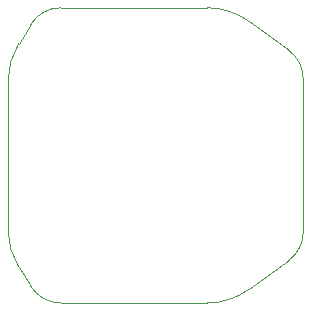
<source format=gm1>
%TF.GenerationSoftware,KiCad,Pcbnew,7.0.9*%
%TF.CreationDate,2024-09-28T05:56:50+08:00*%
%TF.ProjectId,cameraadapt,63616d65-7261-4616-9461-70742e6b6963,rev?*%
%TF.SameCoordinates,Original*%
%TF.FileFunction,Profile,NP*%
%FSLAX46Y46*%
G04 Gerber Fmt 4.6, Leading zero omitted, Abs format (unit mm)*
G04 Created by KiCad (PCBNEW 7.0.9) date 2024-09-28 05:56:50*
%MOMM*%
%LPD*%
G01*
G04 APERTURE LIST*
%TA.AperFunction,Profile*%
%ADD10C,0.100000*%
%TD*%
G04 APERTURE END LIST*
D10*
X-10800000Y-6285714D02*
G75*
G03*
X-9894340Y-9455525I5999993J-2D01*
G01*
X-9894340Y9455525D02*
G75*
G03*
X-10800000Y6285714I5094333J-3169809D01*
G01*
X9576452Y11355801D02*
G75*
G03*
X6052080Y12500000I-3524372J-4855801D01*
G01*
X6052080Y-12500000D02*
G75*
G03*
X9576452Y-11355801I0J6000000D01*
G01*
X14200010Y6470513D02*
G75*
G03*
X12962186Y8898413I-3000010J-13D01*
G01*
X12962180Y-8898405D02*
G75*
G03*
X14200000Y-6470513I-1762180J2427905D01*
G01*
X-8880503Y-11084906D02*
G75*
G03*
X-6333333Y-12500000I2547169J1584906D01*
G01*
X-6333333Y12499999D02*
G75*
G03*
X-8880503Y11084906I-1J-2999999D01*
G01*
X14200000Y6470513D02*
X14200000Y-6470513D01*
X-9894340Y9455525D02*
X-8880503Y11084906D01*
X-10800000Y-6285714D02*
X-10800000Y6285714D01*
X9576452Y-11355801D02*
X12962186Y-8898413D01*
X6052080Y-12500000D02*
X-6333333Y-12500000D01*
X-6333333Y12500000D02*
X6052080Y12500000D01*
X-8880503Y-11084906D02*
X-9894340Y-9455525D01*
X9576452Y11355801D02*
X12962186Y8898413D01*
M02*

</source>
